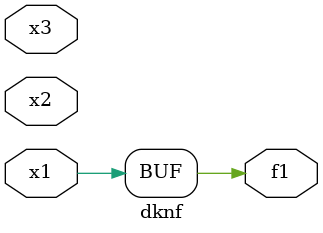
<source format=v>
module dknf(
  input x1, x2, x3,
  output f1
);
  assign f1 = -x1;
endmodule
</source>
